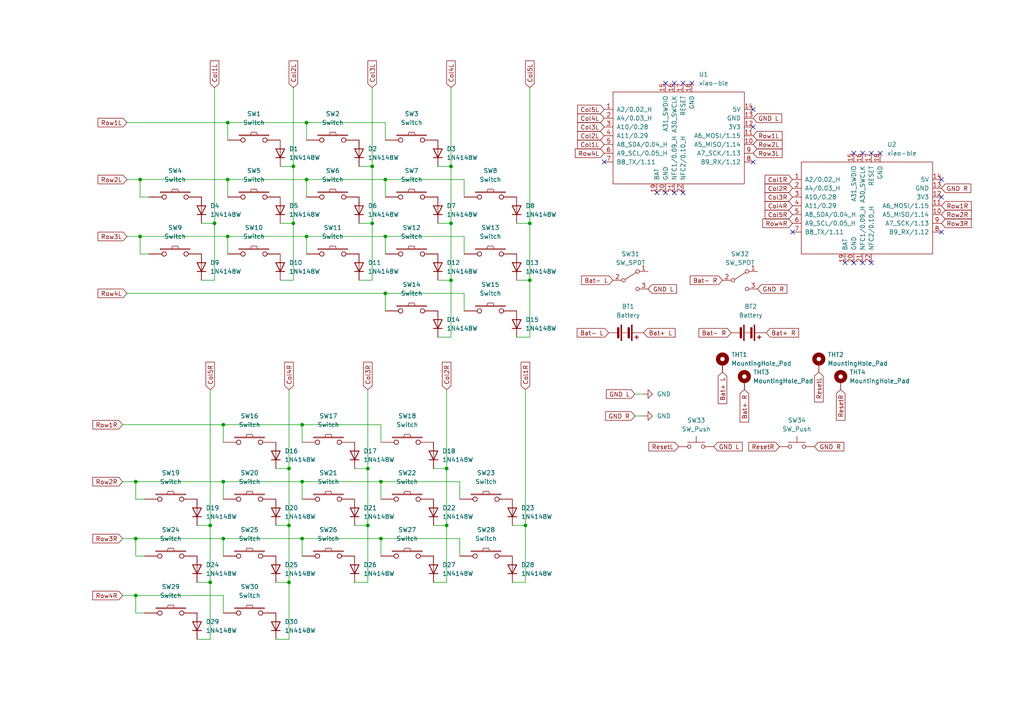
<source format=kicad_sch>
(kicad_sch (version 20230121) (generator eeschema)
  (paper "A4")
  (lib_symbols
    (symbol "Device:Battery" (pin_numbers hide) (pin_names (offset 0) hide)
      (property "Reference" "BT" (at 2.54 2.54 0))
      (property "Value" "Battery" (at 2.54 0 0))
      (symbol "Battery_0_1"
        (rectangle (start -2.286 -1.27) (end 2.286 -1.524) (fill (type outline)))
        (rectangle (start -2.286 1.778) (end 2.286 1.524) (fill (type outline)))
        (rectangle (start -1.524 -2.032) (end 1.524 -2.54) (fill (type outline)))
        (rectangle (start -1.524 1.016) (end 1.524 0.508) (fill (type outline)))
        (polyline (pts (xy 0 -1.016) (xy 0 -0.762)))
        (polyline (pts (xy 0 -0.508) (xy 0 -0.254)))
        (polyline (pts (xy 0 0) (xy 0 0.254)))
        (polyline (pts (xy 0 1.778) (xy 0 2.54)))
        (polyline (pts (xy 0.762 3.048) (xy 1.778 3.048)) (stroke (width 0.254)))
        (polyline (pts (xy 1.27 3.556) (xy 1.27 2.54)) (stroke (width 0.254)))
      )
      (symbol "Battery_1_1"
        (pin passive line (at 0 5.08 270) (length 2.54) (name "+") (number "1"))
        (pin passive line (at 0 -5.08 90) (length 2.54) (name "-") (number "2"))
      )
    )
    (symbol "Diode:1N4148W" (pin_numbers hide) (pin_names (offset 1.016) hide)
      (property "Reference" "D" (at 0 2.54 0))
      (property "Value" "1N4148W" (at 0 -2.54 0))
      (symbol "1N4148W_0_1"
        (polyline (pts (xy -1.27 1.27) (xy -1.27 -1.27)) (stroke (width 0.254)))
        (polyline (pts (xy 1.27 0) (xy -1.27 0)))
        (polyline (pts (xy 1.27 1.27) (xy 1.27 -1.27) (xy -1.27 0) (xy 1.27 1.27)) (stroke (width 0.254)))
      )
      (symbol "1N4148W_1_1"
        (pin passive line (at -3.81 0 0) (length 2.54) (name "K") (number "1"))
        (pin passive line (at 3.81 0 180) (length 2.54) (name "A") (number "2"))
      )
    )
    (symbol "Mechanical:MountingHole_Pad" (pin_numbers hide) (pin_names (offset 1.016) hide)
      (property "Reference" "H" (at 0 6.35 0))
      (property "Value" "MountingHole_Pad" (at 0 4.445 0))
      (symbol "MountingHole_Pad_0_1"
        (circle (center 0 1.27) (radius 1.27) (stroke (width 1.27)))
      )
      (symbol "MountingHole_Pad_1_1"
        (pin input line (at 0 -2.54 90) (length 2.54) (name "1") (number "1"))
      )
    )
    (symbol "Switch:SW_Push" (pin_numbers hide) (pin_names (offset 1.016) hide)
      (property "Reference" "SW" (at 1.27 2.54 0))
      (property "Value" "SW_Push" (at 0 -1.524 0))
      (symbol "SW_Push_0_1"
        (circle (center -2.032 0) (radius 0.508))
        (polyline (pts (xy 0 1.27) (xy 0 3.048)))
        (polyline (pts (xy 2.54 1.27) (xy -2.54 1.27)))
        (circle (center 2.032 0) (radius 0.508))
        (pin passive line (at -5.08 0 0) (length 2.54) (name "1") (number "1"))
        (pin passive line (at 5.08 0 180) (length 2.54) (name "2") (number "2"))
      )
    )
    (symbol "Switch:SW_SPDT" (pin_names (offset 0) hide)
      (property "Reference" "SW" (at 0 4.318 0))
      (property "Value" "SW_SPDT" (at 0 -5.08 0))
      (symbol "SW_SPDT_0_0"
        (circle (center -2.032 0) (radius 0.508))
        (circle (center 2.032 -2.54) (radius 0.508))
      )
      (symbol "SW_SPDT_0_1"
        (polyline (pts (xy -1.524 0.254) (xy 1.651 2.286)))
        (circle (center 2.032 2.54) (radius 0.508))
      )
      (symbol "SW_SPDT_1_1"
        (pin passive line (at 5.08 2.54 180) (length 2.54) (name "A") (number "1"))
        (pin passive line (at -5.08 0 0) (length 2.54) (name "B") (number "2"))
        (pin passive line (at 5.08 -2.54 180) (length 2.54) (name "C") (number "3"))
      )
    )
    (symbol "power:GND" (power) (pin_names (offset 0))
      (property "Value" "GND" (at 0 -3.81 0))
      (symbol "GND_0_1"
        (polyline (pts (xy 0 0) (xy 0 -1.27) (xy 1.27 -1.27) (xy 0 -2.54) (xy -1.27 -1.27) (xy 0 -1.27)))
      )
      (symbol "GND_1_1"
        (pin power_in line (at 0 0 270) (length 0) hide (name "GND") (number "1"))
      )
    )
    (symbol "smores:Switch" (pin_numbers hide) (pin_names (offset 1.016) hide)
      (property "Reference" "SW" (at 3.81 2.794 0))
      (property "Value" "Switch" (at 0 -2.032 0))
      (symbol "Switch_0_1"
        (rectangle (start -4.318 1.27) (end 4.318 1.524))
        (polyline (pts (xy -1.016 1.524) (xy -0.762 2.286) (xy 0.762 2.286) (xy 1.016 1.524)))
        (pin passive inverted (at -7.62 0 0) (length 5.08) (name "1") (number "1"))
        (pin passive inverted (at 7.62 0 180) (length 5.08) (name "2") (number "2"))
      )
    )
    (symbol "xiao:xiao-ble" (pin_names (offset 1.016))
      (property "Reference" "U" (at -17.78 16.51 0))
      (property "Value" "xiao-ble" (at -15.24 13.97 0))
      (symbol "xiao-ble_0_1"
        (rectangle (start -19.05 12.7) (end 19.05 -13.97))
      )
      (symbol "xiao-ble_1_1"
        (pin bidirectional line (at -21.59 7.62 0) (length 2.54) (name "A2/0.02_H") (number "1"))
        (pin bidirectional line (at 21.59 -2.54 180) (length 2.54) (name "A5_MISO/1.14") (number "10"))
        (pin bidirectional line (at 21.59 0 180) (length 2.54) (name "A6_MOSI/1.15") (number "11"))
        (pin power_out line (at 21.59 2.54 180) (length 2.54) (name "3V3") (number "12"))
        (pin power_out line (at 21.59 5.08 180) (length 2.54) (name "GND") (number "13"))
        (pin power_out line (at 21.59 7.62 180) (length 2.54) (name "5V") (number "14"))
        (pin input line (at -3.81 15.24 270) (length 2.54) (name "A31_SWDIO") (number "15"))
        (pin input line (at -1.27 15.24 270) (length 2.54) (name "A30_SWCLK") (number "16"))
        (pin input line (at 1.27 15.24 270) (length 2.54) (name "RESET") (number "17"))
        (pin power_out line (at 3.81 15.24 270) (length 2.54) (name "GND") (number "18"))
        (pin bidirectional line (at -6.35 -16.51 90) (length 2.54) (name "BAT") (number "19"))
        (pin bidirectional line (at -21.59 5.08 0) (length 2.54) (name "A4/0.03_H") (number "2"))
        (pin power_out line (at -3.81 -16.51 90) (length 2.54) (name "GND") (number "20"))
        (pin bidirectional line (at -1.27 -16.51 90) (length 2.54) (name "NFC1/0.09_H") (number "21"))
        (pin bidirectional line (at 1.27 -16.51 90) (length 2.54) (name "NFC2/0.10_H") (number "22"))
        (pin bidirectional line (at -21.59 2.54 0) (length 2.54) (name "A10/0.28") (number "3"))
        (pin bidirectional line (at -21.59 0 0) (length 2.54) (name "A11/0.29") (number "4"))
        (pin bidirectional line (at -21.59 -2.54 0) (length 2.54) (name "A8_SDA/0.04_H") (number "5"))
        (pin bidirectional line (at -21.59 -5.08 0) (length 2.54) (name "A9_SCL/0.05_H") (number "6"))
        (pin bidirectional line (at -21.59 -7.62 0) (length 2.54) (name "B8_TX/1.11") (number "7"))
        (pin bidirectional line (at 21.59 -7.62 180) (length 2.54) (name "B9_RX/1.12") (number "8"))
        (pin bidirectional line (at 21.59 -5.08 180) (length 2.54) (name "A7_SCK/1.13") (number "9"))
      )
    )
  )
  (junction (at 88.9 68.58))
  (junction (at 87.63 139.7))
  (junction (at 153.67 64.77))
  (junction (at 64.77 156.21))
  (junction (at 153.67 81.28))
  (junction (at 129.54 152.4))
  (junction (at 88.9 52.07))
  (junction (at 83.82 135.89))
  (junction (at 110.49 156.21))
  (junction (at 87.63 156.21))
  (junction (at 40.64 68.58))
  (junction (at 40.64 52.07))
  (junction (at 110.49 139.7))
  (junction (at 85.09 64.77))
  (junction (at 66.04 52.07))
  (junction (at 129.54 135.89))
  (junction (at 85.09 48.26))
  (junction (at 60.96 168.91))
  (junction (at 66.04 35.56))
  (junction (at 83.82 168.91))
  (junction (at 64.77 123.19))
  (junction (at 39.37 156.21))
  (junction (at 130.81 48.26))
  (junction (at 87.63 123.19))
  (junction (at 111.76 52.07))
  (junction (at 107.95 64.77))
  (junction (at 152.4 152.4))
  (junction (at 66.04 68.58))
  (junction (at 130.81 81.28))
  (junction (at 111.76 68.58))
  (junction (at 83.82 152.4))
  (junction (at 111.76 85.09))
  (junction (at 130.81 64.77))
  (junction (at 39.37 172.72))
  (junction (at 106.68 152.4))
  (junction (at 39.37 139.7))
  (junction (at 107.95 48.26))
  (junction (at 106.68 135.89))
  (junction (at 64.77 139.7))
  (junction (at 60.96 152.4))
  (junction (at 88.9 35.56))
  (junction (at 62.23 64.77))
  (no_connect (at 252.73 76.2))
  (no_connect (at 175.26 46.99))
  (no_connect (at 245.11 76.2))
  (no_connect (at 250.19 76.2))
  (no_connect (at 218.44 46.99))
  (no_connect (at 218.44 36.83))
  (no_connect (at 247.65 44.45))
  (no_connect (at 195.58 55.88))
  (no_connect (at 198.12 55.88))
  (no_connect (at 195.58 24.13))
  (no_connect (at 193.04 24.13))
  (no_connect (at 273.05 67.31))
  (no_connect (at 247.65 76.2))
  (no_connect (at 273.05 57.15))
  (no_connect (at 198.12 24.13))
  (no_connect (at 200.66 24.13))
  (no_connect (at 190.5 55.88))
  (no_connect (at 193.04 55.88))
  (no_connect (at 252.73 44.45))
  (no_connect (at 250.19 44.45))
  (no_connect (at 255.27 44.45))
  (no_connect (at 218.44 31.75))
  (no_connect (at 229.87 67.31))
  (no_connect (at 273.05 52.07))
  (wire (pts (xy 153.67 25.4) (xy 153.67 64.77)))
  (wire (pts (xy 106.68 135.89) (xy 106.68 152.4)))
  (wire (pts (xy 64.77 156.21) (xy 87.63 156.21)))
  (wire (pts (xy 58.42 81.28) (xy 62.23 81.28)))
  (wire (pts (xy 111.76 68.58) (xy 111.76 73.66)))
  (wire (pts (xy 83.82 168.91) (xy 83.82 185.42)))
  (wire (pts (xy 111.76 52.07) (xy 134.62 52.07)))
  (wire (pts (xy 62.23 25.4) (xy 62.23 64.77)))
  (wire (pts (xy 36.83 35.56) (xy 66.04 35.56)))
  (wire (pts (xy 39.37 172.72) (xy 64.77 172.72)))
  (wire (pts (xy 35.56 123.19) (xy 64.77 123.19)))
  (wire (pts (xy 60.96 168.91) (xy 60.96 185.42)))
  (wire (pts (xy 148.59 168.91) (xy 152.4 168.91)))
  (wire (pts (xy 110.49 156.21) (xy 133.35 156.21)))
  (wire (pts (xy 36.83 85.09) (xy 111.76 85.09)))
  (wire (pts (xy 83.82 135.89) (xy 83.82 152.4)))
  (wire (pts (xy 60.96 152.4) (xy 60.96 168.91)))
  (wire (pts (xy 110.49 123.19) (xy 110.49 128.27)))
  (wire (pts (xy 111.76 85.09) (xy 111.76 90.17)))
  (wire (pts (xy 152.4 113.03) (xy 152.4 152.4)))
  (wire (pts (xy 80.01 152.4) (xy 83.82 152.4)))
  (wire (pts (xy 64.77 139.7) (xy 87.63 139.7)))
  (wire (pts (xy 134.62 85.09) (xy 134.62 90.17)))
  (wire (pts (xy 64.77 123.19) (xy 64.77 128.27)))
  (wire (pts (xy 104.14 48.26) (xy 107.95 48.26)))
  (wire (pts (xy 106.68 152.4) (xy 106.68 168.91)))
  (wire (pts (xy 39.37 156.21) (xy 64.77 156.21)))
  (wire (pts (xy 102.87 168.91) (xy 106.68 168.91)))
  (wire (pts (xy 39.37 144.78) (xy 41.91 144.78)))
  (wire (pts (xy 43.18 73.66) (xy 40.64 73.66)))
  (wire (pts (xy 130.81 25.4) (xy 130.81 48.26)))
  (wire (pts (xy 66.04 52.07) (xy 66.04 57.15)))
  (wire (pts (xy 87.63 156.21) (xy 87.63 161.29)))
  (wire (pts (xy 60.96 185.42) (xy 57.15 185.42)))
  (wire (pts (xy 66.04 68.58) (xy 66.04 73.66)))
  (wire (pts (xy 149.86 81.28) (xy 153.67 81.28)))
  (wire (pts (xy 110.49 139.7) (xy 110.49 144.78)))
  (wire (pts (xy 83.82 113.03) (xy 83.82 135.89)))
  (wire (pts (xy 134.62 68.58) (xy 134.62 73.66)))
  (wire (pts (xy 66.04 35.56) (xy 88.9 35.56)))
  (wire (pts (xy 88.9 52.07) (xy 111.76 52.07)))
  (wire (pts (xy 125.73 152.4) (xy 129.54 152.4)))
  (wire (pts (xy 64.77 156.21) (xy 64.77 161.29)))
  (wire (pts (xy 39.37 139.7) (xy 64.77 139.7)))
  (wire (pts (xy 153.67 97.79) (xy 149.86 97.79)))
  (wire (pts (xy 125.73 135.89) (xy 129.54 135.89)))
  (wire (pts (xy 40.64 68.58) (xy 66.04 68.58)))
  (wire (pts (xy 153.67 64.77) (xy 153.67 81.28)))
  (wire (pts (xy 129.54 152.4) (xy 129.54 168.91)))
  (wire (pts (xy 64.77 172.72) (xy 64.77 177.8)))
  (wire (pts (xy 64.77 139.7) (xy 64.77 144.78)))
  (wire (pts (xy 36.83 68.58) (xy 40.64 68.58)))
  (wire (pts (xy 130.81 64.77) (xy 130.81 81.28)))
  (wire (pts (xy 35.56 139.7) (xy 39.37 139.7)))
  (wire (pts (xy 39.37 161.29) (xy 39.37 156.21)))
  (wire (pts (xy 35.56 156.21) (xy 39.37 156.21)))
  (wire (pts (xy 111.76 52.07) (xy 111.76 57.15)))
  (wire (pts (xy 35.56 172.72) (xy 39.37 172.72)))
  (wire (pts (xy 40.64 73.66) (xy 40.64 68.58)))
  (wire (pts (xy 80.01 168.91) (xy 83.82 168.91)))
  (wire (pts (xy 110.49 156.21) (xy 110.49 161.29)))
  (wire (pts (xy 102.87 135.89) (xy 106.68 135.89)))
  (wire (pts (xy 40.64 52.07) (xy 66.04 52.07)))
  (wire (pts (xy 41.91 161.29) (xy 39.37 161.29)))
  (wire (pts (xy 66.04 52.07) (xy 88.9 52.07)))
  (wire (pts (xy 87.63 123.19) (xy 110.49 123.19)))
  (wire (pts (xy 85.09 64.77) (xy 85.09 81.28)))
  (wire (pts (xy 87.63 123.19) (xy 87.63 128.27)))
  (wire (pts (xy 148.59 152.4) (xy 152.4 152.4)))
  (wire (pts (xy 57.15 168.91) (xy 60.96 168.91)))
  (wire (pts (xy 62.23 64.77) (xy 62.23 81.28)))
  (wire (pts (xy 110.49 139.7) (xy 133.35 139.7)))
  (wire (pts (xy 85.09 25.4) (xy 85.09 48.26)))
  (wire (pts (xy 153.67 81.28) (xy 153.67 97.79)))
  (wire (pts (xy 127 64.77) (xy 130.81 64.77)))
  (wire (pts (xy 40.64 57.15) (xy 43.18 57.15)))
  (wire (pts (xy 125.73 168.91) (xy 129.54 168.91)))
  (wire (pts (xy 107.95 25.4) (xy 107.95 48.26)))
  (wire (pts (xy 57.15 152.4) (xy 60.96 152.4)))
  (wire (pts (xy 88.9 68.58) (xy 111.76 68.58)))
  (wire (pts (xy 60.96 113.03) (xy 60.96 152.4)))
  (wire (pts (xy 104.14 64.77) (xy 107.95 64.77)))
  (wire (pts (xy 88.9 35.56) (xy 88.9 40.64)))
  (wire (pts (xy 81.28 81.28) (xy 85.09 81.28)))
  (wire (pts (xy 133.35 156.21) (xy 133.35 161.29)))
  (wire (pts (xy 106.68 113.03) (xy 106.68 135.89)))
  (wire (pts (xy 39.37 172.72) (xy 39.37 177.8)))
  (wire (pts (xy 149.86 64.77) (xy 153.67 64.77)))
  (wire (pts (xy 83.82 152.4) (xy 83.82 168.91)))
  (wire (pts (xy 152.4 152.4) (xy 152.4 168.91)))
  (wire (pts (xy 40.64 52.07) (xy 40.64 57.15)))
  (wire (pts (xy 107.95 48.26) (xy 107.95 64.77)))
  (wire (pts (xy 102.87 152.4) (xy 106.68 152.4)))
  (wire (pts (xy 130.81 81.28) (xy 130.81 97.79)))
  (wire (pts (xy 88.9 68.58) (xy 88.9 73.66)))
  (wire (pts (xy 127 48.26) (xy 130.81 48.26)))
  (wire (pts (xy 87.63 139.7) (xy 110.49 139.7)))
  (wire (pts (xy 129.54 113.03) (xy 129.54 135.89)))
  (wire (pts (xy 133.35 139.7) (xy 133.35 144.78)))
  (wire (pts (xy 85.09 48.26) (xy 85.09 64.77)))
  (wire (pts (xy 184.15 120.65) (xy 186.69 120.65)))
  (wire (pts (xy 111.76 68.58) (xy 134.62 68.58)))
  (wire (pts (xy 80.01 135.89) (xy 83.82 135.89)))
  (wire (pts (xy 104.14 81.28) (xy 107.95 81.28)))
  (wire (pts (xy 66.04 35.56) (xy 66.04 40.64)))
  (wire (pts (xy 184.15 114.3) (xy 186.69 114.3)))
  (wire (pts (xy 83.82 185.42) (xy 80.01 185.42)))
  (wire (pts (xy 88.9 52.07) (xy 88.9 57.15)))
  (wire (pts (xy 39.37 177.8) (xy 41.91 177.8)))
  (wire (pts (xy 87.63 139.7) (xy 87.63 144.78)))
  (wire (pts (xy 130.81 97.79) (xy 127 97.79)))
  (wire (pts (xy 130.81 48.26) (xy 130.81 64.77)))
  (wire (pts (xy 81.28 48.26) (xy 85.09 48.26)))
  (wire (pts (xy 58.42 64.77) (xy 62.23 64.77)))
  (wire (pts (xy 129.54 135.89) (xy 129.54 152.4)))
  (wire (pts (xy 88.9 35.56) (xy 111.76 35.56)))
  (wire (pts (xy 64.77 123.19) (xy 87.63 123.19)))
  (wire (pts (xy 87.63 156.21) (xy 110.49 156.21)))
  (wire (pts (xy 66.04 68.58) (xy 88.9 68.58)))
  (wire (pts (xy 134.62 52.07) (xy 134.62 57.15)))
  (wire (pts (xy 127 81.28) (xy 130.81 81.28)))
  (wire (pts (xy 111.76 35.56) (xy 111.76 40.64)))
  (wire (pts (xy 36.83 52.07) (xy 40.64 52.07)))
  (wire (pts (xy 39.37 139.7) (xy 39.37 144.78)))
  (wire (pts (xy 81.28 64.77) (xy 85.09 64.77)))
  (wire (pts (xy 111.76 85.09) (xy 134.62 85.09)))
  (wire (pts (xy 107.95 64.77) (xy 107.95 81.28)))
  (global_label "Col5L" (shape input) (at 175.26 31.75 180) (property "Intersheetrefs" "${INTERSHEET_REFS}" (effects hide)))
  (global_label "Row4R" (shape input) (at 35.56 172.72 180) (property "Intersheetrefs" "${INTERSHEET_REFS}" (effects hide)))
  (global_label "Col5R" (shape input) (at 229.87 62.23 180) (property "Intersheetrefs" "${INTERSHEET_REFS}" (effects hide)))
  (global_label "GND L" (shape input) (at 207.01 129.54 0) (property "Intersheetrefs" "${INTERSHEET_REFS}" (effects hide)))
  (global_label "GND R" (shape input) (at 219.71 83.82 0) (property "Intersheetrefs" "${INTERSHEET_REFS}" (effects hide)))
  (global_label "Col3L" (shape input) (at 107.95 25.4 90) (property "Intersheetrefs" "${INTERSHEET_REFS}" (effects hide)))
  (global_label "Bat+ R" (shape input) (at 215.9 113.03 270) (property "Intersheetrefs" "${INTERSHEET_REFS}" (effects hide)))
  (global_label "Col5L" (shape input) (at 153.67 25.4 90) (property "Intersheetrefs" "${INTERSHEET_REFS}" (effects hide)))
  (global_label "Row1L" (shape input) (at 218.44 39.37 0) (property "Intersheetrefs" "${INTERSHEET_REFS}" (effects hide)))
  (global_label "Row2L" (shape input) (at 36.83 52.07 180) (property "Intersheetrefs" "${INTERSHEET_REFS}" (effects hide)))
  (global_label "Col2R" (shape input) (at 229.87 54.61 180) (property "Intersheetrefs" "${INTERSHEET_REFS}" (effects hide)))
  (global_label "Row2R" (shape input) (at 273.05 62.23 0) (property "Intersheetrefs" "${INTERSHEET_REFS}" (effects hide)))
  (global_label "Bat+ L" (shape input) (at 209.55 107.95 270) (property "Intersheetrefs" "${INTERSHEET_REFS}" (effects hide)))
  (global_label "GND L" (shape input) (at 187.96 83.82 0) (property "Intersheetrefs" "${INTERSHEET_REFS}" (effects hide)))
  (global_label "Bat+ L" (shape input) (at 186.69 96.52 0) (property "Intersheetrefs" "${INTERSHEET_REFS}" (effects hide)))
  (global_label "Row3L" (shape input) (at 218.44 44.45 0) (property "Intersheetrefs" "${INTERSHEET_REFS}" (effects hide)))
  (global_label "Row2R" (shape input) (at 35.56 139.7 180) (property "Intersheetrefs" "${INTERSHEET_REFS}" (effects hide)))
  (global_label "Col4R" (shape input) (at 229.87 59.69 180) (property "Intersheetrefs" "${INTERSHEET_REFS}" (effects hide)))
  (global_label "Bat+ R" (shape input) (at 222.25 96.52 0) (property "Intersheetrefs" "${INTERSHEET_REFS}" (effects hide)))
  (global_label "Row1L" (shape input) (at 36.83 35.56 180) (property "Intersheetrefs" "${INTERSHEET_REFS}" (effects hide)))
  (global_label "Col5R" (shape input) (at 60.96 113.03 90) (property "Intersheetrefs" "${INTERSHEET_REFS}" (effects hide)))
  (global_label "Row1R" (shape input) (at 273.05 59.69 0) (property "Intersheetrefs" "${INTERSHEET_REFS}" (effects hide)))
  (global_label "ResetR" (shape input) (at 243.84 113.03 270) (property "Intersheetrefs" "${INTERSHEET_REFS}" (effects hide)))
  (global_label "GND R" (shape input) (at 184.15 120.65 180) (property "Intersheetrefs" "${INTERSHEET_REFS}" (effects hide)))
  (global_label "Row3R" (shape input) (at 35.56 156.21 180) (property "Intersheetrefs" "${INTERSHEET_REFS}" (effects hide)))
  (global_label "Row4R" (shape input) (at 229.87 64.77 180) (property "Intersheetrefs" "${INTERSHEET_REFS}" (effects hide)))
  (global_label "Col1L" (shape input) (at 175.26 41.91 180) (property "Intersheetrefs" "${INTERSHEET_REFS}" (effects hide)))
  (global_label "Col4L" (shape input) (at 175.26 34.29 180) (property "Intersheetrefs" "${INTERSHEET_REFS}" (effects hide)))
  (global_label "Col2R" (shape input) (at 129.54 113.03 90) (property "Intersheetrefs" "${INTERSHEET_REFS}" (effects hide)))
  (global_label "Col1R" (shape input) (at 152.4 113.03 90) (property "Intersheetrefs" "${INTERSHEET_REFS}" (effects hide)))
  (global_label "Col4L" (shape input) (at 130.81 25.4 90) (property "Intersheetrefs" "${INTERSHEET_REFS}" (effects hide)))
  (global_label "Col4R" (shape input) (at 83.82 113.03 90) (property "Intersheetrefs" "${INTERSHEET_REFS}" (effects hide)))
  (global_label "Row3R" (shape input) (at 273.05 64.77 0) (property "Intersheetrefs" "${INTERSHEET_REFS}" (effects hide)))
  (global_label "Col2L" (shape input) (at 175.26 39.37 180) (property "Intersheetrefs" "${INTERSHEET_REFS}" (effects hide)))
  (global_label "Col1L" (shape input) (at 62.23 25.4 90) (property "Intersheetrefs" "${INTERSHEET_REFS}" (effects hide)))
  (global_label "Col3R" (shape input) (at 229.87 57.15 180) (property "Intersheetrefs" "${INTERSHEET_REFS}" (effects hide)))
  (global_label "Col1R" (shape input) (at 229.87 52.07 180) (property "Intersheetrefs" "${INTERSHEET_REFS}" (effects hide)))
  (global_label "Bat- R" (shape input) (at 212.09 96.52 180) (property "Intersheetrefs" "${INTERSHEET_REFS}" (effects hide)))
  (global_label "Col3R" (shape input) (at 106.68 113.03 90) (property "Intersheetrefs" "${INTERSHEET_REFS}" (effects hide)))
  (global_label "Row2L" (shape input) (at 218.44 41.91 0) (property "Intersheetrefs" "${INTERSHEET_REFS}" (effects hide)))
  (global_label "Bat- R" (shape input) (at 209.55 81.28 180) (property "Intersheetrefs" "${INTERSHEET_REFS}" (effects hide)))
  (global_label "Row3L" (shape input) (at 36.83 68.58 180) (property "Intersheetrefs" "${INTERSHEET_REFS}" (effects hide)))
  (global_label "ResetL" (shape input) (at 196.85 129.54 180) (property "Intersheetrefs" "${INTERSHEET_REFS}" (effects hide)))
  (global_label "ResetL" (shape input) (at 237.49 107.95 270) (property "Intersheetrefs" "${INTERSHEET_REFS}" (effects hide)))
  (global_label "ResetR" (shape input) (at 226.06 129.54 180) (property "Intersheetrefs" "${INTERSHEET_REFS}" (effects hide)))
  (global_label "Row4L" (shape input) (at 36.83 85.09 180) (property "Intersheetrefs" "${INTERSHEET_REFS}" (effects hide)))
  (global_label "Row1R" (shape input) (at 35.56 123.19 180) (property "Intersheetrefs" "${INTERSHEET_REFS}" (effects hide)))
  (global_label "Bat- L" (shape input) (at 176.53 96.52 180) (property "Intersheetrefs" "${INTERSHEET_REFS}" (effects hide)))
  (global_label "GND L" (shape input) (at 218.44 34.29 0) (property "Intersheetrefs" "${INTERSHEET_REFS}" (effects hide)))
  (global_label "Row4L" (shape input) (at 175.26 44.45 180) (property "Intersheetrefs" "${INTERSHEET_REFS}" (effects hide)))
  (global_label "Col2L" (shape input) (at 85.09 25.4 90) (property "Intersheetrefs" "${INTERSHEET_REFS}" (effects hide)))
  (global_label "GND R" (shape input) (at 273.05 54.61 0) (property "Intersheetrefs" "${INTERSHEET_REFS}" (effects hide)))
  (global_label "Col3L" (shape input) (at 175.26 36.83 180) (property "Intersheetrefs" "${INTERSHEET_REFS}" (effects hide)))
  (global_label "GND R" (shape input) (at 236.22 129.54 0) (property "Intersheetrefs" "${INTERSHEET_REFS}" (effects hide)))
  (global_label "GND L" (shape input) (at 184.15 114.3 180) (property "Intersheetrefs" "${INTERSHEET_REFS}" (effects hide)))
  (global_label "Bat- L" (shape input) (at 177.8 81.28 180) (property "Intersheetrefs" "${INTERSHEET_REFS}" (effects hide)))
  (symbol (lib_id "Diode:1N4148W") (at 80.01 165.1 90) (unit 1)
    (property "Reference" "D25" (at 82.55 163.83 90) (effects (justify right)))
    (property "Value" "1N4148W" (at 82.55 166.37 90) (effects (justify right)))
    (property "Footprint" "footprints:smd-diode" (effects hide))
    (property "Datasheet" "https://www.vishay.com/docs/85748/1n4148w.pdf" (effects hide))
  )
  (symbol (lib_id "Diode:1N4148W") (at 104.14 77.47 90) (unit 1)
    (property "Reference" "D11" (at 106.68 76.2 90) (effects (justify right)))
    (property "Value" "1N4148W" (at 106.68 78.74 90) (effects (justify right)))
    (property "Footprint" "footprints:smd-diode" (effects hide))
    (property "Datasheet" "https://www.vishay.com/docs/85748/1n4148w.pdf" (effects hide))
  )
  (symbol (lib_id "Mechanical:MountingHole_Pad") (at 215.9 110.49 0) (unit 1)
    (property "Reference" "THT3" (at 218.44 107.9499 0) (effects (justify left)))
    (property "Value" "MountingHole_Pad" (at 218.44 110.4899 0) (effects (justify left)))
    (property "Footprint" "footprints:pogo-pin-ultra-low" (effects hide))
  )
  (symbol (lib_id "Diode:1N4148W") (at 102.87 132.08 90) (unit 1)
    (property "Reference" "D17" (at 105.41 130.81 90) (effects (justify right)))
    (property "Value" "1N4148W" (at 105.41 133.35 90) (effects (justify right)))
    (property "Footprint" "footprints:smd-diode" (effects hide))
    (property "Datasheet" "https://www.vishay.com/docs/85748/1n4148w.pdf" (effects hide))
  )
  (symbol (lib_id "smores:Switch") (at 96.52 73.66 0) (unit 1)
    (property "Reference" "SW11" (at 96.52 66.04 0))
    (property "Value" "Switch" (at 96.52 68.58 0))
    (property "Footprint" "footprints:choc-switch-one-sided" (effects hide))
  )
  (symbol (lib_id "Switch:SW_SPDT") (at 182.88 81.28 0) (unit 1)
    (property "Reference" "SW31" (at 182.88 73.66 0))
    (property "Value" "SW_SPDT" (at 182.88 76.2 0))
    (property "Footprint" "footprints:power-switch" (effects hide))
  )
  (symbol (lib_id "smores:Switch") (at 142.24 57.15 0) (unit 1)
    (property "Reference" "SW8" (at 142.24 49.53 0))
    (property "Value" "Switch" (at 142.24 52.07 0))
    (property "Footprint" "footprints:choc-switch-one-sided" (effects hide))
  )
  (symbol (lib_id "smores:Switch") (at 73.66 40.64 0) (unit 1)
    (property "Reference" "SW1" (at 73.66 33.02 0))
    (property "Value" "Switch" (at 73.66 35.56 0))
    (property "Footprint" "footprints:choc-switch-one-sided" (effects hide))
  )
  (symbol (lib_id "smores:Switch") (at 96.52 40.64 0) (unit 1)
    (property "Reference" "SW2" (at 96.52 33.02 0))
    (property "Value" "Switch" (at 96.52 35.56 0))
    (property "Footprint" "footprints:choc-switch-one-sided" (effects hide))
  )
  (symbol (lib_id "Diode:1N4148W") (at 149.86 60.96 90) (unit 1)
    (property "Reference" "D8" (at 152.4 59.69 90) (effects (justify right)))
    (property "Value" "1N4148W" (at 152.4 62.23 90) (effects (justify right)))
    (property "Footprint" "footprints:smd-diode" (effects hide))
    (property "Datasheet" "https://www.vishay.com/docs/85748/1n4148w.pdf" (effects hide))
  )
  (symbol (lib_id "smores:Switch") (at 119.38 90.17 0) (unit 1)
    (property "Reference" "SW14" (at 119.38 82.55 0))
    (property "Value" "Switch" (at 119.38 85.09 0))
    (property "Footprint" "footprints:choc-switch-one-sided" (effects hide))
  )
  (symbol (lib_id "smores:Switch") (at 118.11 144.78 0) (unit 1)
    (property "Reference" "SW22" (at 118.11 137.16 0))
    (property "Value" "Switch" (at 118.11 139.7 0))
    (property "Footprint" "footprints:choc-switch-one-sided" (effects hide))
  )
  (symbol (lib_id "smores:Switch") (at 50.8 73.66 0) (unit 1)
    (property "Reference" "SW9" (at 50.8 66.04 0))
    (property "Value" "Switch" (at 50.8 68.58 0))
    (property "Footprint" "footprints:choc-switch-one-sided" (effects hide))
  )
  (symbol (lib_id "Diode:1N4148W") (at 57.15 181.61 90) (unit 1)
    (property "Reference" "D29" (at 59.69 180.34 90) (effects (justify right)))
    (property "Value" "1N4148W" (at 59.69 182.88 90) (effects (justify right)))
    (property "Footprint" "footprints:smd-diode" (effects hide))
    (property "Datasheet" "https://www.vishay.com/docs/85748/1n4148w.pdf" (effects hide))
  )
  (symbol (lib_id "Diode:1N4148W") (at 58.42 77.47 90) (unit 1)
    (property "Reference" "D9" (at 60.96 76.2 90) (effects (justify right)))
    (property "Value" "1N4148W" (at 60.96 78.74 90) (effects (justify right)))
    (property "Footprint" "footprints:smd-diode" (effects hide))
    (property "Datasheet" "https://www.vishay.com/docs/85748/1n4148w.pdf" (effects hide))
  )
  (symbol (lib_id "smores:Switch") (at 72.39 128.27 0) (unit 1)
    (property "Reference" "SW16" (at 72.39 120.65 0))
    (property "Value" "Switch" (at 72.39 123.19 0))
    (property "Footprint" "footprints:choc-switch-one-sided" (effects hide))
  )
  (symbol (lib_id "smores:Switch") (at 142.24 73.66 0) (unit 1)
    (property "Reference" "SW13" (at 142.24 66.04 0))
    (property "Value" "Switch" (at 142.24 68.58 0))
    (property "Footprint" "footprints:choc-switch-one-sided" (effects hide))
  )
  (symbol (lib_id "smores:Switch") (at 49.53 161.29 0) (unit 1)
    (property "Reference" "SW24" (at 49.53 153.67 0))
    (property "Value" "Switch" (at 49.53 156.21 0))
    (property "Footprint" "footprints:choc-switch-one-sided" (effects hide))
  )
  (symbol (lib_id "smores:Switch") (at 49.53 177.8 0) (unit 1)
    (property "Reference" "SW29" (at 49.53 170.18 0))
    (property "Value" "Switch" (at 49.53 172.72 0))
    (property "Footprint" "footprints:choc-switch-one-sided" (effects hide))
  )
  (symbol (lib_id "Diode:1N4148W") (at 104.14 44.45 90) (unit 1)
    (property "Reference" "D2" (at 106.68 43.18 90) (effects (justify right)))
    (property "Value" "1N4148W" (at 106.68 45.72 90) (effects (justify right)))
    (property "Footprint" "footprints:smd-diode" (effects hide))
    (property "Datasheet" "https://www.vishay.com/docs/85748/1n4148w.pdf" (effects hide))
  )
  (symbol (lib_id "Diode:1N4148W") (at 57.15 165.1 90) (unit 1)
    (property "Reference" "D24" (at 59.69 163.83 90) (effects (justify right)))
    (property "Value" "1N4148W" (at 59.69 166.37 90) (effects (justify right)))
    (property "Footprint" "footprints:smd-diode" (effects hide))
    (property "Datasheet" "https://www.vishay.com/docs/85748/1n4148w.pdf" (effects hide))
  )
  (symbol (lib_id "Diode:1N4148W") (at 148.59 148.59 90) (unit 1)
    (property "Reference" "D23" (at 151.13 147.32 90) (effects (justify right)))
    (property "Value" "1N4148W" (at 151.13 149.86 90) (effects (justify right)))
    (property "Footprint" "footprints:smd-diode" (effects hide))
    (property "Datasheet" "https://www.vishay.com/docs/85748/1n4148w.pdf" (effects hide))
  )
  (symbol (lib_id "smores:Switch") (at 140.97 161.29 0) (unit 1)
    (property "Reference" "SW28" (at 140.97 153.67 0))
    (property "Value" "Switch" (at 140.97 156.21 0))
    (property "Footprint" "footprints:choc-switch-one-sided" (effects hide))
  )
  (symbol (lib_id "Diode:1N4148W") (at 81.28 44.45 90) (unit 1)
    (property "Reference" "D1" (at 83.82 43.18 90) (effects (justify right)))
    (property "Value" "1N4148W" (at 83.82 45.72 90) (effects (justify right)))
    (property "Footprint" "footprints:smd-diode" (effects hide))
    (property "Datasheet" "https://www.vishay.com/docs/85748/1n4148w.pdf" (effects hide))
  )
  (symbol (lib_id "smores:Switch") (at 140.97 144.78 0) (unit 1)
    (property "Reference" "SW23" (at 140.97 137.16 0))
    (property "Value" "Switch" (at 140.97 139.7 0))
    (property "Footprint" "footprints:choc-switch-one-sided" (effects hide))
  )
  (symbol (lib_id "Diode:1N4148W") (at 80.01 148.59 90) (unit 1)
    (property "Reference" "D20" (at 82.55 147.32 90) (effects (justify right)))
    (property "Value" "1N4148W" (at 82.55 149.86 90) (effects (justify right)))
    (property "Footprint" "footprints:smd-diode" (effects hide))
    (property "Datasheet" "https://www.vishay.com/docs/85748/1n4148w.pdf" (effects hide))
  )
  (symbol (lib_id "Diode:1N4148W") (at 81.28 60.96 90) (unit 1)
    (property "Reference" "D5" (at 83.82 59.69 90) (effects (justify right)))
    (property "Value" "1N4148W" (at 83.82 62.23 90) (effects (justify right)))
    (property "Footprint" "footprints:smd-diode" (effects hide))
    (property "Datasheet" "https://www.vishay.com/docs/85748/1n4148w.pdf" (effects hide))
  )
  (symbol (lib_id "Mechanical:MountingHole_Pad") (at 237.49 105.41 0) (unit 1)
    (property "Reference" "THT2" (at 240.03 102.8699 0) (effects (justify left)))
    (property "Value" "MountingHole_Pad" (at 240.03 105.4099 0) (effects (justify left)))
    (property "Footprint" "footprints:pogo-pin-ultra-low" (effects hide))
  )
  (symbol (lib_id "smores:Switch") (at 96.52 57.15 0) (unit 1)
    (property "Reference" "SW6" (at 96.52 49.53 0))
    (property "Value" "Switch" (at 96.52 52.07 0))
    (property "Footprint" "footprints:choc-switch-one-sided" (effects hide))
  )
  (symbol (lib_id "smores:Switch") (at 72.39 177.8 0) (unit 1)
    (property "Reference" "SW30" (at 72.39 170.18 0))
    (property "Value" "Switch" (at 72.39 172.72 0))
    (property "Footprint" "footprints:choc-switch-one-sided" (effects hide))
  )
  (symbol (lib_id "Diode:1N4148W") (at 57.15 148.59 90) (unit 1)
    (property "Reference" "D19" (at 59.69 147.32 90) (effects (justify right)))
    (property "Value" "1N4148W" (at 59.69 149.86 90) (effects (justify right)))
    (property "Footprint" "footprints:smd-diode" (effects hide))
    (property "Datasheet" "https://www.vishay.com/docs/85748/1n4148w.pdf" (effects hide))
  )
  (symbol (lib_id "Switch:SW_SPDT") (at 214.63 81.28 0) (unit 1)
    (property "Reference" "SW32" (at 214.63 73.66 0))
    (property "Value" "SW_SPDT" (at 214.63 76.2 0))
    (property "Footprint" "footprints:power-switch" (effects hide))
  )
  (symbol (lib_id "smores:Switch") (at 118.11 161.29 0) (unit 1)
    (property "Reference" "SW27" (at 118.11 153.67 0))
    (property "Value" "Switch" (at 118.11 156.21 0))
    (property "Footprint" "footprints:choc-switch-one-sided" (effects hide))
  )
  (symbol (lib_id "Diode:1N4148W") (at 127 44.45 90) (unit 1)
    (property "Reference" "D3" (at 129.54 43.18 90) (effects (justify right)))
    (property "Value" "1N4148W" (at 129.54 45.72 90) (effects (justify right)))
    (property "Footprint" "footprints:smd-diode" (effects hide))
    (property "Datasheet" "https://www.vishay.com/docs/85748/1n4148w.pdf" (effects hide))
  )
  (symbol (lib_id "smores:Switch") (at 72.39 161.29 0) (unit 1)
    (property "Reference" "SW25" (at 72.39 153.67 0))
    (property "Value" "Switch" (at 72.39 156.21 0))
    (property "Footprint" "footprints:choc-switch-one-sided" (effects hide))
  )
  (symbol (lib_id "Diode:1N4148W") (at 102.87 165.1 90) (unit 1)
    (property "Reference" "D26" (at 105.41 163.83 90) (effects (justify right)))
    (property "Value" "1N4148W" (at 105.41 166.37 90) (effects (justify right)))
    (property "Footprint" "footprints:smd-diode" (effects hide))
    (property "Datasheet" "https://www.vishay.com/docs/85748/1n4148w.pdf" (effects hide))
  )
  (symbol (lib_id "Diode:1N4148W") (at 149.86 77.47 90) (unit 1)
    (property "Reference" "D13" (at 152.4 76.2 90) (effects (justify right)))
    (property "Value" "1N4148W" (at 152.4 78.74 90) (effects (justify right)))
    (property "Footprint" "footprints:smd-diode" (effects hide))
    (property "Datasheet" "https://www.vishay.com/docs/85748/1n4148w.pdf" (effects hide))
  )
  (symbol (lib_id "Diode:1N4148W") (at 148.59 165.1 90) (unit 1)
    (property "Reference" "D28" (at 151.13 163.83 90) (effects (justify right)))
    (property "Value" "1N4148W" (at 151.13 166.37 90) (effects (justify right)))
    (property "Footprint" "footprints:smd-diode" (effects hide))
    (property "Datasheet" "https://www.vishay.com/docs/85748/1n4148w.pdf" (effects hide))
  )
  (symbol (lib_id "Diode:1N4148W") (at 127 60.96 90) (unit 1)
    (property "Reference" "D7" (at 129.54 59.69 90) (effects (justify right)))
    (property "Value" "1N4148W" (at 129.54 62.23 90) (effects (justify right)))
    (property "Footprint" "footprints:smd-diode" (effects hide))
    (property "Datasheet" "https://www.vishay.com/docs/85748/1n4148w.pdf" (effects hide))
  )
  (symbol (lib_id "Device:Battery") (at 181.61 96.52 270) (unit 1)
    (property "Reference" "BT1" (at 182.1815 88.9 90))
    (property "Value" "Battery" (at 182.1815 91.44 90))
    (property "Footprint" "footprints:aa2-1017-battery-holder" (effects hide))
  )
  (symbol (lib_id "Mechanical:MountingHole_Pad") (at 243.84 110.49 0) (unit 1)
    (property "Reference" "THT4" (at 246.38 107.9499 0) (effects (justify left)))
    (property "Value" "MountingHole_Pad" (at 246.38 110.4899 0) (effects (justify left)))
    (property "Footprint" "footprints:pogo-pin-ultra-low" (effects hide))
  )
  (symbol (lib_id "smores:Switch") (at 73.66 73.66 0) (unit 1)
    (property "Reference" "SW10" (at 73.66 66.04 0))
    (property "Value" "Switch" (at 73.66 68.58 0))
    (property "Footprint" "footprints:choc-switch-one-sided" (effects hide))
  )
  (symbol (lib_id "Diode:1N4148W") (at 127 93.98 90) (unit 1)
    (property "Reference" "D14" (at 129.54 92.71 90) (effects (justify right)))
    (property "Value" "1N4148W" (at 129.54 95.25 90) (effects (justify right)))
    (property "Footprint" "footprints:smd-diode" (effects hide))
    (property "Datasheet" "https://www.vishay.com/docs/85748/1n4148w.pdf" (effects hide))
  )
  (symbol (lib_id "Diode:1N4148W") (at 58.42 60.96 90) (unit 1)
    (property "Reference" "D4" (at 60.96 59.69 90) (effects (justify right)))
    (property "Value" "1N4148W" (at 60.96 62.23 90) (effects (justify right)))
    (property "Footprint" "footprints:smd-diode" (effects hide))
    (property "Datasheet" "https://www.vishay.com/docs/85748/1n4148w.pdf" (effects hide))
  )
  (symbol (lib_id "Diode:1N4148W") (at 80.01 181.61 90) (unit 1)
    (property "Reference" "D30" (at 82.55 180.3399 90) (effects (justify right)))
    (property "Value" "1N4148W" (at 82.55 182.8799 90) (effects (justify right)))
    (property "Footprint" "footprints:smd-diode" (effects hide))
    (property "Datasheet" "https://www.vishay.com/docs/85748/1n4148w.pdf" (effects hide))
  )
  (symbol (lib_id "power:GND") (at 186.69 120.65 90) (unit 1)
    (property "Reference" "#PWR01" (effects hide))
    (property "Value" "GND" (at 190.5 120.6499 90) (effects (justify right)))
  )
  (symbol (lib_id "smores:Switch") (at 142.24 90.17 0) (unit 1)
    (property "Reference" "SW15" (at 142.24 82.55 0))
    (property "Value" "Switch" (at 142.24 85.09 0))
    (property "Footprint" "footprints:choc-switch-one-sided" (effects hide))
  )
  (symbol (lib_id "Diode:1N4148W") (at 127 77.47 90) (unit 1)
    (property "Reference" "D12" (at 129.54 76.2 90) (effects (justify right)))
    (property "Value" "1N4148W" (at 129.54 78.74 90) (effects (justify right)))
    (property "Footprint" "footprints:smd-diode" (effects hide))
    (property "Datasheet" "https://www.vishay.com/docs/85748/1n4148w.pdf" (effects hide))
  )
  (symbol (lib_id "Diode:1N4148W") (at 81.28 77.47 90) (unit 1)
    (property "Reference" "D10" (at 83.82 76.2 90) (effects (justify right)))
    (property "Value" "1N4148W" (at 83.82 78.74 90) (effects (justify right)))
    (property "Footprint" "footprints:smd-diode" (effects hide))
    (property "Datasheet" "https://www.vishay.com/docs/85748/1n4148w.pdf" (effects hide))
  )
  (symbol (lib_id "Diode:1N4148W") (at 104.14 60.96 90) (unit 1)
    (property "Reference" "D6" (at 106.68 59.69 90) (effects (justify right)))
    (property "Value" "1N4148W" (at 106.68 62.23 90) (effects (justify right)))
    (property "Footprint" "footprints:smd-diode" (effects hide))
    (property "Datasheet" "https://www.vishay.com/docs/85748/1n4148w.pdf" (effects hide))
  )
  (symbol (lib_id "Diode:1N4148W") (at 102.87 148.59 90) (unit 1)
    (property "Reference" "D21" (at 105.41 147.32 90) (effects (justify right)))
    (property "Value" "1N4148W" (at 105.41 149.86 90) (effects (justify right)))
    (property "Footprint" "footprints:smd-diode" (effects hide))
    (property "Datasheet" "https://www.vishay.com/docs/85748/1n4148w.pdf" (effects hide))
  )
  (symbol (lib_id "Switch:SW_Push") (at 231.14 129.54 0) (unit 1)
    (property "Reference" "SW34" (at 231.14 121.92 0))
    (property "Value" "SW_Push" (at 231.14 124.46 0))
    (property "Footprint" "footprints:reset-switch-angled-4pin" (effects hide))
  )
  (symbol (lib_id "smores:Switch") (at 95.25 161.29 0) (unit 1)
    (property "Reference" "SW26" (at 95.25 153.67 0))
    (property "Value" "Switch" (at 95.25 156.21 0))
    (property "Footprint" "footprints:choc-switch-one-sided" (effects hide))
  )
  (symbol (lib_id "Diode:1N4148W") (at 125.73 165.1 90) (unit 1)
    (property "Reference" "D27" (at 128.27 163.83 90) (effects (justify right)))
    (property "Value" "1N4148W" (at 128.27 166.37 90) (effects (justify right)))
    (property "Footprint" "footprints:smd-diode" (effects hide))
    (property "Datasheet" "https://www.vishay.com/docs/85748/1n4148w.pdf" (effects hide))
  )
  (symbol (lib_id "smores:Switch") (at 95.25 128.27 0) (unit 1)
    (property "Reference" "SW17" (at 95.25 120.65 0))
    (property "Value" "Switch" (at 95.25 123.19 0))
    (property "Footprint" "footprints:choc-switch-one-sided" (effects hide))
  )
  (symbol (lib_id "smores:Switch") (at 119.38 57.15 0) (unit 1)
    (property "Reference" "SW7" (at 119.38 49.53 0))
    (property "Value" "Switch" (at 119.38 52.07 0))
    (property "Footprint" "footprints:choc-switch-one-sided" (effects hide))
  )
  (symbol (lib_id "smores:Switch") (at 118.11 128.27 0) (unit 1)
    (property "Reference" "SW18" (at 118.11 120.65 0))
    (property "Value" "Switch" (at 118.11 123.19 0))
    (property "Footprint" "footprints:choc-switch-one-sided" (effects hide))
  )
  (symbol (lib_id "power:GND") (at 186.69 114.3 90) (unit 1)
    (property "Reference" "#PWR0101" (effects hide))
    (property "Value" "GND" (at 190.5 114.2999 90) (effects (justify right)))
  )
  (symbol (lib_id "smores:Switch") (at 72.39 144.78 0) (unit 1)
    (property "Reference" "SW20" (at 72.39 137.16 0))
    (property "Value" "Switch" (at 72.39 139.7 0))
    (property "Footprint" "footprints:choc-switch-one-sided" (effects hide))
  )
  (symbol (lib_id "smores:Switch") (at 119.38 73.66 0) (unit 1)
    (property "Reference" "SW12" (at 119.38 66.04 0))
    (property "Value" "Switch" (at 119.38 68.58 0))
    (property "Footprint" "footprints:choc-switch-one-sided" (effects hide))
  )
  (symbol (lib_id "smores:Switch") (at 119.38 40.64 0) (unit 1)
    (property "Reference" "SW3" (at 119.38 33.02 0))
    (property "Value" "Switch" (at 119.38 35.56 0))
    (property "Footprint" "footprints:choc-switch-one-sided" (effects hide))
  )
  (symbol (lib_id "Mechanical:MountingHole_Pad") (at 209.55 105.41 0) (unit 1)
    (property "Reference" "THT1" (at 212.09 102.8699 0) (effects (justify left)))
    (property "Value" "MountingHole_Pad" (at 212.09 105.4099 0) (effects (justify left)))
    (property "Footprint" "footprints:pogo-pin-ultra-low" (effects hide))
  )
  (symbol (lib_id "Diode:1N4148W") (at 125.73 148.59 90) (unit 1)
    (property "Reference" "D22" (at 128.27 147.32 90) (effects (justify right)))
    (property "Value" "1N4148W" (at 128.27 149.86 90) (effects (justify right)))
    (property "Footprint" "footprints:smd-diode" (effects hide))
    (property "Datasheet" "https://www.vishay.com/docs/85748/1n4148w.pdf" (effects hide))
  )
  (symbol (lib_id "smores:Switch") (at 50.8 57.15 0) (unit 1)
    (property "Reference" "SW4" (at 50.8 49.53 0))
    (property "Value" "Switch" (at 50.8 52.07 0))
    (property "Footprint" "footprints:choc-switch-one-sided" (effects hide))
  )
  (symbol (lib_id "xiao:xiao-ble") (at 251.46 59.69 0) (unit 1)
    (property "Reference" "U2" (at 257.2894 41.91 0) (effects (justify left)))
    (property "Value" "xiao-ble" (at 257.2894 44.45 0) (effects (justify left)))
    (property "Footprint" "footprints:xiao-ble-simple" (effects hide))
  )
  (symbol (lib_id "smores:Switch") (at 49.53 144.78 0) (unit 1)
    (property "Reference" "SW19" (at 49.53 137.16 0))
    (property "Value" "Switch" (at 49.53 139.7 0))
    (property "Footprint" "footprints:choc-switch-one-sided" (effects hide))
  )
  (symbol (lib_id "Diode:1N4148W") (at 80.01 132.08 90) (unit 1)
    (property "Reference" "D16" (at 82.55 130.81 90) (effects (justify right)))
    (property "Value" "1N4148W" (at 82.55 133.35 90) (effects (justify right)))
    (property "Footprint" "footprints:smd-diode" (effects hide))
    (property "Datasheet" "https://www.vishay.com/docs/85748/1n4148w.pdf" (effects hide))
  )
  (symbol (lib_id "smores:Switch") (at 73.66 57.15 0) (unit 1)
    (property "Reference" "SW5" (at 73.66 49.53 0))
    (property "Value" "Switch" (at 73.66 52.07 0))
    (property "Footprint" "footprints:choc-switch-one-sided" (effects hide))
  )
  (symbol (lib_id "Device:Battery") (at 217.17 96.52 270) (unit 1)
    (property "Reference" "BT2" (at 217.7415 88.9 90))
    (property "Value" "Battery" (at 217.7415 91.44 90))
    (property "Footprint" "footprints:aa2-1017-battery-holder" (effects hide))
  )
  (symbol (lib_id "smores:Switch") (at 95.25 144.78 0) (unit 1)
    (property "Reference" "SW21" (at 95.25 137.16 0))
    (property "Value" "Switch" (at 95.25 139.7 0))
    (property "Footprint" "footprints:choc-switch-one-sided" (effects hide))
  )
  (symbol (lib_id "Switch:SW_Push") (at 201.93 129.54 0) (unit 1)
    (property "Reference" "SW33" (at 201.93 121.92 0))
    (property "Value" "SW_Push" (at 201.93 124.46 0))
    (property "Footprint" "footprints:reset-switch-angled-4pin" (effects hide))
  )
  (symbol (lib_id "Diode:1N4148W") (at 125.73 132.08 90) (unit 1)
    (property "Reference" "D18" (at 128.27 130.81 90) (effects (justify right)))
    (property "Value" "1N4148W" (at 128.27 133.35 90) (effects (justify right)))
    (property "Footprint" "footprints:smd-diode" (effects hide))
    (property "Datasheet" "https://www.vishay.com/docs/85748/1n4148w.pdf" (effects hide))
  )
  (symbol (lib_id "Diode:1N4148W") (at 149.86 93.98 90) (unit 1)
    (property "Reference" "D15" (at 152.4 92.71 90) (effects (justify right)))
    (property "Value" "1N4148W" (at 152.4 95.25 90) (effects (justify right)))
    (property "Footprint" "footprints:smd-diode" (effects hide))
    (property "Datasheet" "https://www.vishay.com/docs/85748/1n4148w.pdf" (effects hide))
  )
  (symbol (lib_id "xiao:xiao-ble") (at 196.85 39.37 0) (unit 1)
    (property "Reference" "U1" (at 202.6794 21.59 0) (effects (justify left)))
    (property "Value" "xiao-ble" (at 202.6794 24.13 0) (effects (justify left)))
    (property "Footprint" "footprints:xiao-ble-simple" (effects hide))
  )
)
</source>
